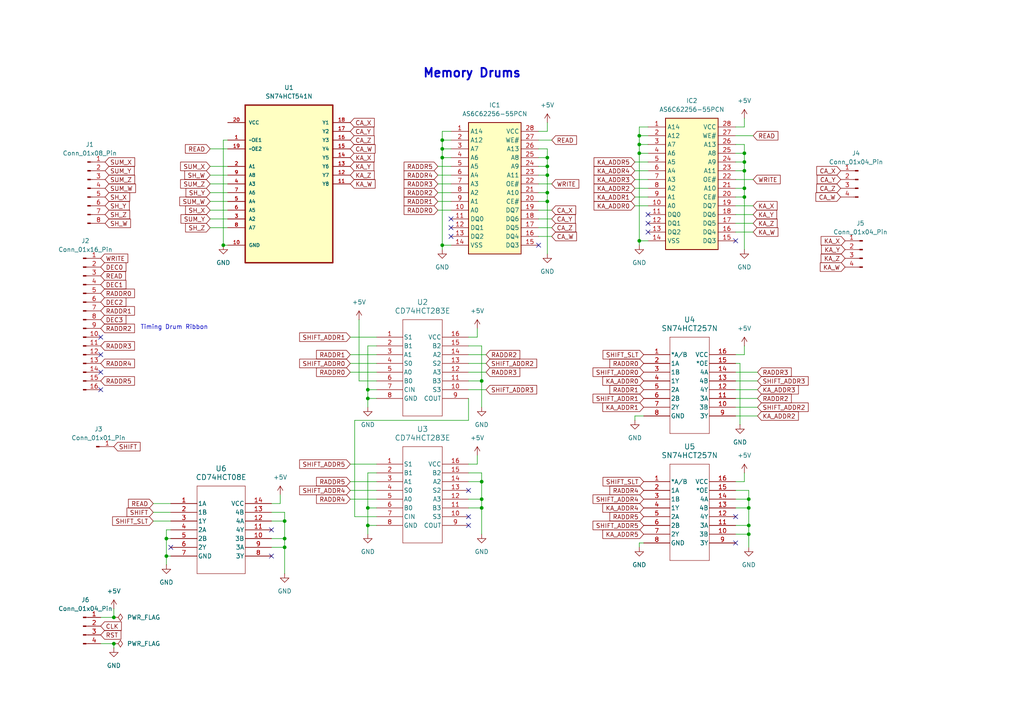
<source format=kicad_sch>
(kicad_sch (version 20231120) (generator "eeschema") (generator_version "8.0")
  (paper "A4")
  (lib_symbols
    (symbol "0_memory-drums:AS6C62256-55PCN"
      (property "Reference" "IC" (at 21.59 7.62 0))
      (property "Value" "AS6C62256-55PCN" (at 21.59 5.08 0))
      (symbol "AS6C62256-55PCN_1_1"
        (rectangle (start 5.08 2.54) (end 20.32 -35.56) (stroke (width 0.254)) (fill (type background)))
        (pin input line (at 0 0 0) (length 5.08) (name "A14") (number "1"))
        (pin input line (at 0 -22.86 0) (length 5.08) (name "A0") (number "10"))
        (pin bidirectional line (at 0 -25.4 0) (length 5.08) (name "DQ0") (number "11"))
        (pin bidirectional line (at 0 -27.94 0) (length 5.08) (name "DQ1") (number "12"))
        (pin bidirectional line (at 0 -30.48 0) (length 5.08) (name "DQ2") (number "13"))
        (pin power_in line (at 0 -33.02 0) (length 5.08) (name "VSS") (number "14"))
        (pin bidirectional line (at 25.4 -33.02 180) (length 5.08) (name "DQ3") (number "15"))
        (pin bidirectional line (at 25.4 -30.48 180) (length 5.08) (name "DQ4") (number "16"))
        (pin bidirectional line (at 25.4 -27.94 180) (length 5.08) (name "DQ5") (number "17"))
        (pin bidirectional line (at 25.4 -25.4 180) (length 5.08) (name "DQ6") (number "18"))
        (pin bidirectional line (at 25.4 -22.86 180) (length 5.08) (name "DQ7") (number "19"))
        (pin input line (at 0 -2.54 0) (length 5.08) (name "A12") (number "2"))
        (pin input line (at 25.4 -20.32 180) (length 5.08) (name "CE#") (number "20"))
        (pin input line (at 25.4 -17.78 180) (length 5.08) (name "A10") (number "21"))
        (pin input line (at 25.4 -15.24 180) (length 5.08) (name "OE#") (number "22"))
        (pin input line (at 25.4 -12.7 180) (length 5.08) (name "A11") (number "23"))
        (pin input line (at 25.4 -10.16 180) (length 5.08) (name "A9") (number "24"))
        (pin input line (at 25.4 -7.62 180) (length 5.08) (name "A8") (number "25"))
        (pin input line (at 25.4 -5.08 180) (length 5.08) (name "A13") (number "26"))
        (pin input line (at 25.4 -2.54 180) (length 5.08) (name "WE#") (number "27"))
        (pin power_in line (at 25.4 0 180) (length 5.08) (name "VCC") (number "28"))
        (pin input line (at 0 -5.08 0) (length 5.08) (name "A7") (number "3"))
        (pin input line (at 0 -7.62 0) (length 5.08) (name "A6") (number "4"))
        (pin input line (at 0 -10.16 0) (length 5.08) (name "A5") (number "5"))
        (pin input line (at 0 -12.7 0) (length 5.08) (name "A4") (number "6"))
        (pin input line (at 0 -15.24 0) (length 5.08) (name "A3") (number "7"))
        (pin input line (at 0 -17.78 0) (length 5.08) (name "A2") (number "8"))
        (pin input line (at 0 -20.32 0) (length 5.08) (name "A1") (number "9"))
      )
    )
    (symbol "0_memory-drums:CD74HCT08E" (pin_names (offset 0.254))
      (property "Reference" "U" (at 27.94 10.16 0))
      (property "Value" "CD74HCT08E" (at 27.94 7.62 0))
      (symbol "CD74HCT08E_0_1"
        (polyline (pts (xy 21.59 -20.32) (xy 35.56 -20.32)) (stroke (width 0.127)))
        (polyline (pts (xy 21.59 5.08) (xy 21.59 -20.32)) (stroke (width 0.127)))
        (polyline (pts (xy 35.56 -20.32) (xy 35.56 5.08)) (stroke (width 0.127)))
        (polyline (pts (xy 35.56 5.08) (xy 21.59 5.08)) (stroke (width 0.127)))
        (pin input line (at 13.97 0 0) (length 7.62) (name "1A") (number "1"))
        (pin input line (at 43.18 -10.16 180) (length 7.62) (name "3B") (number "10"))
        (pin output line (at 43.18 -7.62 180) (length 7.62) (name "4Y") (number "11"))
        (pin input line (at 43.18 -5.08 180) (length 7.62) (name "4A") (number "12"))
        (pin input line (at 43.18 -2.54 180) (length 7.62) (name "4B") (number "13"))
        (pin power_in line (at 43.18 0 180) (length 7.62) (name "VCC") (number "14"))
        (pin input line (at 13.97 -2.54 0) (length 7.62) (name "1B") (number "2"))
        (pin output line (at 13.97 -5.08 0) (length 7.62) (name "1Y") (number "3"))
        (pin input line (at 13.97 -7.62 0) (length 7.62) (name "2A") (number "4"))
        (pin input line (at 13.97 -10.16 0) (length 7.62) (name "2B") (number "5"))
        (pin output line (at 13.97 -12.7 0) (length 7.62) (name "2Y") (number "6"))
        (pin power_in line (at 13.97 -15.24 0) (length 7.62) (name "GND") (number "7"))
        (pin output line (at 43.18 -15.24 180) (length 7.62) (name "3Y") (number "8"))
        (pin input line (at 43.18 -12.7 180) (length 7.62) (name "3A") (number "9"))
      )
    )
    (symbol "0_memory-drums:CD74HCT283E" (pin_names (offset 0.254))
      (property "Reference" "U" (at 27.94 10.16 0))
      (property "Value" "CD74HCT283E" (at 27.94 7.62 0))
      (symbol "CD74HCT283E_0_1"
        (polyline (pts (xy 21.59 -22.86) (xy 33.02 -22.86)) (stroke (width 0.127)))
        (polyline (pts (xy 21.59 5.08) (xy 21.59 -22.86)) (stroke (width 0.127)))
        (polyline (pts (xy 33.02 -22.86) (xy 33.02 5.08)) (stroke (width 0.127)))
        (polyline (pts (xy 33.02 5.08) (xy 21.59 5.08)) (stroke (width 0.127)))
        (pin output line (at 13.97 0 0) (length 7.62) (name "S1") (number "1"))
        (pin output line (at 40.64 -15.24 180) (length 7.62) (name "S3") (number "10"))
        (pin input line (at 40.64 -12.7 180) (length 7.62) (name "B3") (number "11"))
        (pin input line (at 40.64 -10.16 180) (length 7.62) (name "A3") (number "12"))
        (pin output line (at 40.64 -7.62 180) (length 7.62) (name "S2") (number "13"))
        (pin input line (at 40.64 -5.08 180) (length 7.62) (name "A2") (number "14"))
        (pin input line (at 40.64 -2.54 180) (length 7.62) (name "B2") (number "15"))
        (pin power_in line (at 40.64 0 180) (length 7.62) (name "VCC") (number "16"))
        (pin input line (at 13.97 -2.54 0) (length 7.62) (name "B1") (number "2"))
        (pin input line (at 13.97 -5.08 0) (length 7.62) (name "A1") (number "3"))
        (pin output line (at 13.97 -7.62 0) (length 7.62) (name "S0") (number "4"))
        (pin input line (at 13.97 -10.16 0) (length 7.62) (name "A0") (number "5"))
        (pin input line (at 13.97 -12.7 0) (length 7.62) (name "B0") (number "6"))
        (pin input line (at 13.97 -15.24 0) (length 7.62) (name "CIN") (number "7"))
        (pin power_in line (at 13.97 -17.78 0) (length 7.62) (name "GND") (number "8"))
        (pin output line (at 40.64 -17.78 180) (length 7.62) (name "COUT") (number "9"))
      )
    )
    (symbol "0_memory-drums:SN74HCT257N" (pin_names (offset 0.254))
      (property "Reference" "U" (at 27.94 10.16 0))
      (property "Value" "SN74HCT257N" (at 27.94 7.62 0))
      (symbol "SN74HCT257N_0_1"
        (polyline (pts (xy 22.86 -22.86) (xy 34.29 -22.86)) (stroke (width 0.127)))
        (polyline (pts (xy 22.86 5.08) (xy 22.86 -22.86)) (stroke (width 0.127)))
        (polyline (pts (xy 34.29 -22.86) (xy 34.29 5.08)) (stroke (width 0.127)))
        (polyline (pts (xy 34.29 5.08) (xy 22.86 5.08)) (stroke (width 0.127)))
        (pin input line (at 15.24 0 0) (length 7.62) (name "*A/B") (number "1"))
        (pin input line (at 41.91 -15.24 180) (length 7.62) (name "3B") (number "10"))
        (pin input line (at 41.91 -12.7 180) (length 7.62) (name "3A") (number "11"))
        (pin output line (at 41.91 -10.16 180) (length 7.62) (name "4Y") (number "12"))
        (pin input line (at 41.91 -7.62 180) (length 7.62) (name "4B") (number "13"))
        (pin input line (at 41.91 -5.08 180) (length 7.62) (name "4A") (number "14"))
        (pin input line (at 41.91 -2.54 180) (length 7.62) (name "*OE") (number "15"))
        (pin power_in line (at 41.91 0 180) (length 7.62) (name "VCC") (number "16"))
        (pin input line (at 15.24 -2.54 0) (length 7.62) (name "1A") (number "2"))
        (pin input line (at 15.24 -5.08 0) (length 7.62) (name "1B") (number "3"))
        (pin output line (at 15.24 -7.62 0) (length 7.62) (name "1Y") (number "4"))
        (pin input line (at 15.24 -10.16 0) (length 7.62) (name "2A") (number "5"))
        (pin input line (at 15.24 -12.7 0) (length 7.62) (name "2B") (number "6"))
        (pin output line (at 15.24 -15.24 0) (length 7.62) (name "2Y") (number "7"))
        (pin power_in line (at 15.24 -17.78 0) (length 7.62) (name "GND") (number "8"))
        (pin output line (at 41.91 -17.78 180) (length 7.62) (name "3Y") (number "9"))
      )
    )
    (symbol "0_memory-drums:SN74HCT541N" (pin_names (offset 1.016))
      (property "Reference" "U" (at -4.9784 22.5044 0))
      (property "Value" "SN74HCT541N" (at -5.8166 -28.0924 0))
      (symbol "SN74HCT541N_0_0"
        (rectangle (start -12.7 -25.4) (end 12.7 20.32) (stroke (width 0.4064)) (fill (type background)))
        (pin input line (at -17.78 10.16 0) (length 5.08) (name "~OE1") (number "1"))
        (pin passive line (at -17.78 -20.32 0) (length 5.08) (name "GND") (number "10"))
        (pin output line (at 17.78 -2.54 180) (length 5.08) (name "Y8") (number "11"))
        (pin output line (at 17.78 0 180) (length 5.08) (name "Y7") (number "12"))
        (pin output line (at 17.78 2.54 180) (length 5.08) (name "Y6") (number "13"))
        (pin output line (at 17.78 5.08 180) (length 5.08) (name "Y5") (number "14"))
        (pin output line (at 17.78 7.62 180) (length 5.08) (name "Y4") (number "15"))
        (pin output line (at 17.78 10.16 180) (length 5.08) (name "Y3") (number "16"))
        (pin output line (at 17.78 12.7 180) (length 5.08) (name "Y2") (number "17"))
        (pin output line (at 17.78 15.24 180) (length 5.08) (name "Y1") (number "18"))
        (pin input line (at -17.78 7.62 0) (length 5.08) (name "~OE2") (number "19"))
        (pin input line (at -17.78 2.54 0) (length 5.08) (name "A1") (number "2"))
        (pin power_in line (at -17.78 15.24 0) (length 5.08) (name "VCC") (number "20"))
        (pin input line (at -17.78 -12.7 0) (length 5.08) (name "A2") (number "3"))
        (pin input line (at -17.78 -2.54 0) (length 5.08) (name "A3") (number "4"))
        (pin input line (at -17.78 -7.62 0) (length 5.08) (name "A4") (number "5"))
        (pin input line (at -17.78 -10.16 0) (length 5.08) (name "A5") (number "6"))
        (pin input line (at -17.78 -5.08 0) (length 5.08) (name "A6") (number "7"))
        (pin input line (at -17.78 -15.24 0) (length 5.08) (name "A7") (number "8"))
        (pin input line (at -17.78 0 0) (length 5.08) (name "A8") (number "9"))
      )
    )
    (symbol "Connector:Conn_01x01_Pin" (pin_names (offset 1.016) hide)
      (property "Reference" "J" (at 0 2.54 0))
      (property "Value" "Conn_01x01_Pin" (at 0 -2.54 0))
      (symbol "Conn_01x01_Pin_1_1"
        (polyline (pts (xy 1.27 0) (xy 0.8636 0)) (stroke (width 0.1524)))
        (rectangle (start 0.8636 0.127) (end 0 -0.127) (stroke (width 0.1524)) (fill (type outline)))
        (pin passive line (at 5.08 0 180) (length 3.81) (name "Pin_1") (number "1"))
      )
    )
    (symbol "Connector:Conn_01x04_Pin" (pin_names (offset 1.016) hide)
      (property "Reference" "J" (at 0 5.08 0))
      (property "Value" "Conn_01x04_Pin" (at 0 -7.62 0))
      (symbol "Conn_01x04_Pin_1_1"
        (polyline (pts (xy 1.27 -5.08) (xy 0.8636 -5.08)) (stroke (width 0.1524)))
        (polyline (pts (xy 1.27 -2.54) (xy 0.8636 -2.54)) (stroke (width 0.1524)))
        (polyline (pts (xy 1.27 0) (xy 0.8636 0)) (stroke (width 0.1524)))
        (polyline (pts (xy 1.27 2.54) (xy 0.8636 2.54)) (stroke (width 0.1524)))
        (rectangle (start 0.8636 -4.953) (end 0 -5.207) (stroke (width 0.1524)) (fill (type outline)))
        (rectangle (start 0.8636 -2.413) (end 0 -2.667) (stroke (width 0.1524)) (fill (type outline)))
        (rectangle (start 0.8636 0.127) (end 0 -0.127) (stroke (width 0.1524)) (fill (type outline)))
        (rectangle (start 0.8636 2.667) (end 0 2.413) (stroke (width 0.1524)) (fill (type outline)))
        (pin passive line (at 5.08 2.54 180) (length 3.81) (name "Pin_1") (number "1"))
        (pin passive line (at 5.08 0 180) (length 3.81) (name "Pin_2") (number "2"))
        (pin passive line (at 5.08 -2.54 180) (length 3.81) (name "Pin_3") (number "3"))
        (pin passive line (at 5.08 -5.08 180) (length 3.81) (name "Pin_4") (number "4"))
      )
    )
    (symbol "Connector:Conn_01x08_Pin" (pin_names (offset 1.016) hide)
      (property "Reference" "J" (at 0 10.16 0))
      (property "Value" "Conn_01x08_Pin" (at 0 -12.7 0))
      (symbol "Conn_01x08_Pin_1_1"
        (polyline (pts (xy 1.27 -10.16) (xy 0.8636 -10.16)) (stroke (width 0.1524)))
        (polyline (pts (xy 1.27 -7.62) (xy 0.8636 -7.62)) (stroke (width 0.1524)))
        (polyline (pts (xy 1.27 -5.08) (xy 0.8636 -5.08)) (stroke (width 0.1524)))
        (polyline (pts (xy 1.27 -2.54) (xy 0.8636 -2.54)) (stroke (width 0.1524)))
        (polyline (pts (xy 1.27 0) (xy 0.8636 0)) (stroke (width 0.1524)))
        (polyline (pts (xy 1.27 2.54) (xy 0.8636 2.54)) (stroke (width 0.1524)))
        (polyline (pts (xy 1.27 5.08) (xy 0.8636 5.08)) (stroke (width 0.1524)))
        (polyline (pts (xy 1.27 7.62) (xy 0.8636 7.62)) (stroke (width 0.1524)))
        (rectangle (start 0.8636 -10.033) (end 0 -10.287) (stroke (width 0.1524)) (fill (type outline)))
        (rectangle (start 0.8636 -7.493) (end 0 -7.747) (stroke (width 0.1524)) (fill (type outline)))
        (rectangle (start 0.8636 -4.953) (end 0 -5.207) (stroke (width 0.1524)) (fill (type outline)))
        (rectangle (start 0.8636 -2.413) (end 0 -2.667) (stroke (width 0.1524)) (fill (type outline)))
        (rectangle (start 0.8636 0.127) (end 0 -0.127) (stroke (width 0.1524)) (fill (type outline)))
        (rectangle (start 0.8636 2.667) (end 0 2.413) (stroke (width 0.1524)) (fill (type outline)))
        (rectangle (start 0.8636 5.207) (end 0 4.953) (stroke (width 0.1524)) (fill (type outline)))
        (rectangle (start 0.8636 7.747) (end 0 7.493) (stroke (width 0.1524)) (fill (type outline)))
        (pin passive line (at 5.08 7.62 180) (length 3.81) (name "Pin_1") (number "1"))
        (pin passive line (at 5.08 5.08 180) (length 3.81) (name "Pin_2") (number "2"))
        (pin passive line (at 5.08 2.54 180) (length 3.81) (name "Pin_3") (number "3"))
        (pin passive line (at 5.08 0 180) (length 3.81) (name "Pin_4") (number "4"))
        (pin passive line (at 5.08 -2.54 180) (length 3.81) (name "Pin_5") (number "5"))
        (pin passive line (at 5.08 -5.08 180) (length 3.81) (name "Pin_6") (number "6"))
        (pin passive line (at 5.08 -7.62 180) (length 3.81) (name "Pin_7") (number "7"))
        (pin passive line (at 5.08 -10.16 180) (length 3.81) (name "Pin_8") (number "8"))
      )
    )
    (symbol "Connector:Conn_01x16_Pin" (pin_names (offset 1.016) hide)
      (property "Reference" "J" (at 0 20.32 0))
      (property "Value" "Conn_01x16_Pin" (at 0 -22.86 0))
      (symbol "Conn_01x16_Pin_1_1"
        (polyline (pts (xy 1.27 -20.32) (xy 0.8636 -20.32)) (stroke (width 0.1524)))
        (polyline (pts (xy 1.27 -17.78) (xy 0.8636 -17.78)) (stroke (width 0.1524)))
        (polyline (pts (xy 1.27 -15.24) (xy 0.8636 -15.24)) (stroke (width 0.1524)))
        (polyline (pts (xy 1.27 -12.7) (xy 0.8636 -12.7)) (stroke (width 0.1524)))
        (polyline (pts (xy 1.27 -10.16) (xy 0.8636 -10.16)) (stroke (width 0.1524)))
        (polyline (pts (xy 1.27 -7.62) (xy 0.8636 -7.62)) (stroke (width 0.1524)))
        (polyline (pts (xy 1.27 -5.08) (xy 0.8636 -5.08)) (stroke (width 0.1524)))
        (polyline (pts (xy 1.27 -2.54) (xy 0.8636 -2.54)) (stroke (width 0.1524)))
        (polyline (pts (xy 1.27 0) (xy 0.8636 0)) (stroke (width 0.1524)))
        (polyline (pts (xy 1.27 2.54) (xy 0.8636 2.54)) (stroke (width 0.1524)))
        (polyline (pts (xy 1.27 5.08) (xy 0.8636 5.08)) (stroke (width 0.1524)))
        (polyline (pts (xy 1.27 7.62) (xy 0.8636 7.62)) (stroke (width 0.1524)))
        (polyline (pts (xy 1.27 10.16) (xy 0.8636 10.16)) (stroke (width 0.1524)))
        (polyline (pts (xy 1.27 12.7) (xy 0.8636 12.7)) (stroke (width 0.1524)))
        (polyline (pts (xy 1.27 15.24) (xy 0.8636 15.24)) (stroke (width 0.1524)))
        (polyline (pts (xy 1.27 17.78) (xy 0.8636 17.78)) (stroke (width 0.1524)))
        (rectangle (start 0.8636 -20.193) (end 0 -20.447) (stroke (width 0.1524)) (fill (type outline)))
        (rectangle (start 0.8636 -17.653) (end 0 -17.907) (stroke (width 0.1524)) (fill (type outline)))
        (rectangle (start 0.8636 -15.113) (end 0 -15.367) (stroke (width 0.1524)) (fill (type outline)))
        (rectangle (start 0.8636 -12.573) (end 0 -12.827) (stroke (width 0.1524)) (fill (type outline)))
        (rectangle (start 0.8636 -10.033) (end 0 -10.287) (stroke (width 0.1524)) (fill (type outline)))
        (rectangle (start 0.8636 -7.493) (end 0 -7.747) (stroke (width 0.1524)) (fill (type outline)))
        (rectangle (start 0.8636 -4.953) (end 0 -5.207) (stroke (width 0.1524)) (fill (type outline)))
        (rectangle (start 0.8636 -2.413) (end 0 -2.667) (stroke (width 0.1524)) (fill (type outline)))
        (rectangle (start 0.8636 0.127) (end 0 -0.127) (stroke (width 0.1524)) (fill (type outline)))
        (rectangle (start 0.8636 2.667) (end 0 2.413) (stroke (width 0.1524)) (fill (type outline)))
        (rectangle (start 0.8636 5.207) (end 0 4.953) (stroke (width 0.1524)) (fill (type outline)))
        (rectangle (start 0.8636 7.747) (end 0 7.493) (stroke (width 0.1524)) (fill (type outline)))
        (rectangle (start 0.8636 10.287) (end 0 10.033) (stroke (width 0.1524)) (fill (type outline)))
        (rectangle (start 0.8636 12.827) (end 0 12.573) (stroke (width 0.1524)) (fill (type outline)))
        (rectangle (start 0.8636 15.367) (end 0 15.113) (stroke (width 0.1524)) (fill (type outline)))
        (rectangle (start 0.8636 17.907) (end 0 17.653) (stroke (width 0.1524)) (fill (type outline)))
        (pin passive line (at 5.08 17.78 180) (length 3.81) (name "Pin_1") (number "1"))
        (pin passive line (at 5.08 -5.08 180) (length 3.81) (name "Pin_10") (number "10"))
        (pin passive line (at 5.08 -7.62 180) (length 3.81) (name "Pin_11") (number "11"))
        (pin passive line (at 5.08 -10.16 180) (length 3.81) (name "Pin_12") (number "12"))
        (pin passive line (at 5.08 -12.7 180) (length 3.81) (name "Pin_13") (number "13"))
        (pin passive line (at 5.08 -15.24 180) (length 3.81) (name "Pin_14") (number "14"))
        (pin passive line (at 5.08 -17.78 180) (length 3.81) (name "Pin_15") (number "15"))
        (pin passive line (at 5.08 -20.32 180) (length 3.81) (name "Pin_16") (number "16"))
        (pin passive line (at 5.08 15.24 180) (length 3.81) (name "Pin_2") (number "2"))
        (pin passive line (at 5.08 12.7 180) (length 3.81) (name "Pin_3") (number "3"))
        (pin passive line (at 5.08 10.16 180) (length 3.81) (name "Pin_4") (number "4"))
        (pin passive line (at 5.08 7.62 180) (length 3.81) (name "Pin_5") (number "5"))
        (pin passive line (at 5.08 5.08 180) (length 3.81) (name "Pin_6") (number "6"))
        (pin passive line (at 5.08 2.54 180) (length 3.81) (name "Pin_7") (number "7"))
        (pin passive line (at 5.08 0 180) (length 3.81) (name "Pin_8") (number "8"))
        (pin passive line (at 5.08 -2.54 180) (length 3.81) (name "Pin_9") (number "9"))
      )
    )
    (symbol "power:+5V" (power) (pin_numbers hide) (pin_names (offset 0) hide)
      (property "Value" "+5V" (at 0 3.556 0))
      (symbol "+5V_0_1"
        (polyline (pts (xy -0.762 1.27) (xy 0 2.54)))
        (polyline (pts (xy 0 0) (xy 0 2.54)))
        (polyline (pts (xy 0 2.54) (xy 0.762 1.27)))
      )
      (symbol "+5V_1_1"
        (pin power_in line (at 0 0 90) (length 0) (name "~") (number "1"))
      )
    )
    (symbol "power:GND" (power) (pin_numbers hide) (pin_names (offset 0) hide)
      (property "Value" "GND" (at 0 -3.81 0))
      (symbol "GND_0_1"
        (polyline (pts (xy 0 0) (xy 0 -1.27) (xy 1.27 -1.27) (xy 0 -2.54) (xy -1.27 -1.27) (xy 0 -1.27)))
      )
      (symbol "GND_1_1"
        (pin power_in line (at 0 0 270) (length 0) (name "~") (number "1"))
      )
    )
    (symbol "power:PWR_FLAG" (power) (pin_numbers hide) (pin_names (offset 0) hide)
      (property "Value" "PWR_FLAG" (at 0 3.81 0))
      (symbol "PWR_FLAG_0_0"
        (pin power_out line (at 0 0 90) (length 0) (name "~") (number "1"))
      )
      (symbol "PWR_FLAG_0_1"
        (polyline (pts (xy 0 0) (xy 0 1.27) (xy -1.016 1.905) (xy 0 2.54) (xy 1.016 1.905) (xy 0 1.27)))
      )
    )
  )
  (junction (at 139.7 144.78))
  (junction (at 128.27 45.72))
  (junction (at 158.75 45.72))
  (junction (at 106.68 113.03))
  (junction (at 128.27 43.18))
  (junction (at 48.26 156.21))
  (junction (at 185.42 39.37))
  (junction (at 139.7 110.49))
  (junction (at 217.17 144.78))
  (junction (at 82.55 158.75))
  (junction (at 217.17 152.4))
  (junction (at 139.7 147.32))
  (junction (at 215.9 57.15))
  (junction (at 185.42 69.85))
  (junction (at 215.9 49.53))
  (junction (at 82.55 156.21))
  (junction (at 158.75 55.88))
  (junction (at 158.75 50.8))
  (junction (at 128.27 40.64))
  (junction (at 106.68 152.4))
  (junction (at 217.17 147.32))
  (junction (at 185.42 41.91))
  (junction (at 158.75 48.26))
  (junction (at 106.68 115.57))
  (junction (at 48.26 161.29))
  (junction (at 158.75 58.42))
  (junction (at 33.02 179.07))
  (junction (at 128.27 71.12))
  (junction (at 82.55 151.13))
  (junction (at 33.02 186.69))
  (junction (at 185.42 44.45))
  (junction (at 106.68 147.32))
  (junction (at 217.17 154.94))
  (junction (at 64.77 71.12))
  (junction (at 215.9 44.45))
  (junction (at 215.9 46.99))
  (junction (at 139.7 139.7))
  (junction (at 215.9 54.61))
  (no_connect (at 29.21 113.03))
  (no_connect (at 187.96 64.77))
  (no_connect (at 130.81 66.04))
  (no_connect (at 187.96 62.23))
  (no_connect (at 130.81 68.58))
  (no_connect (at 213.36 149.86))
  (no_connect (at 135.89 142.24))
  (no_connect (at 156.21 71.12))
  (no_connect (at 29.21 97.79))
  (no_connect (at 213.36 157.48))
  (no_connect (at 213.36 69.85))
  (no_connect (at 135.89 152.4))
  (no_connect (at 130.81 63.5))
  (no_connect (at 135.89 149.86))
  (no_connect (at 78.74 161.29))
  (no_connect (at 29.21 107.95))
  (no_connect (at 29.21 102.87))
  (no_connect (at 49.53 158.75))
  (no_connect (at 78.74 153.67))
  (no_connect (at 187.96 67.31))
  (wire (pts (xy 106.68 154.94) (xy 106.68 152.4)))
  (wire (pts (xy 218.44 59.69) (xy 213.36 59.69)))
  (wire (pts (xy 33.02 187.96) (xy 33.02 186.69)))
  (wire (pts (xy 215.9 34.29) (xy 215.9 36.83)))
  (wire (pts (xy 29.21 186.69) (xy 33.02 186.69)))
  (wire (pts (xy 156.21 43.18) (xy 158.75 43.18)))
  (wire (pts (xy 217.17 152.4) (xy 217.17 154.94)))
  (wire (pts (xy 127 58.42) (xy 130.81 58.42)))
  (wire (pts (xy 135.89 121.92) (xy 102.87 121.92)))
  (wire (pts (xy 156.21 48.26) (xy 158.75 48.26)))
  (wire (pts (xy 184.15 54.61) (xy 187.96 54.61)))
  (wire (pts (xy 127 53.34) (xy 130.81 53.34)))
  (wire (pts (xy 128.27 38.1) (xy 128.27 40.64)))
  (wire (pts (xy 101.6 97.79) (xy 109.22 97.79)))
  (wire (pts (xy 60.96 55.88) (xy 66.04 55.88)))
  (wire (pts (xy 139.7 137.16) (xy 139.7 139.7)))
  (wire (pts (xy 60.96 48.26) (xy 66.04 48.26)))
  (wire (pts (xy 135.89 115.57) (xy 135.89 121.92)))
  (wire (pts (xy 215.9 46.99) (xy 215.9 49.53)))
  (wire (pts (xy 104.14 92.71) (xy 104.14 110.49)))
  (wire (pts (xy 138.43 132.08) (xy 138.43 134.62)))
  (wire (pts (xy 184.15 57.15) (xy 187.96 57.15)))
  (wire (pts (xy 29.21 179.07) (xy 33.02 179.07)))
  (wire (pts (xy 156.21 45.72) (xy 158.75 45.72)))
  (wire (pts (xy 48.26 153.67) (xy 48.26 156.21)))
  (wire (pts (xy 140.97 113.03) (xy 135.89 113.03)))
  (wire (pts (xy 128.27 45.72) (xy 128.27 71.12)))
  (wire (pts (xy 213.36 44.45) (xy 215.9 44.45)))
  (wire (pts (xy 44.45 148.59) (xy 49.53 148.59)))
  (wire (pts (xy 213.36 105.41) (xy 214.63 105.41)))
  (wire (pts (xy 185.42 44.45) (xy 185.42 69.85)))
  (wire (pts (xy 48.26 161.29) (xy 48.26 163.83)))
  (wire (pts (xy 185.42 39.37) (xy 187.96 39.37)))
  (wire (pts (xy 217.17 142.24) (xy 217.17 144.78)))
  (wire (pts (xy 160.02 53.34) (xy 156.21 53.34)))
  (wire (pts (xy 219.71 113.03) (xy 213.36 113.03)))
  (wire (pts (xy 128.27 43.18) (xy 128.27 45.72)))
  (wire (pts (xy 60.96 66.04) (xy 66.04 66.04)))
  (wire (pts (xy 140.97 102.87) (xy 135.89 102.87)))
  (wire (pts (xy 219.71 110.49) (xy 213.36 110.49)))
  (wire (pts (xy 128.27 71.12) (xy 130.81 71.12)))
  (wire (pts (xy 81.28 143.51) (xy 81.28 146.05)))
  (wire (pts (xy 217.17 154.94) (xy 213.36 154.94)))
  (wire (pts (xy 44.45 146.05) (xy 49.53 146.05)))
  (wire (pts (xy 185.42 36.83) (xy 187.96 36.83)))
  (wire (pts (xy 139.7 144.78) (xy 139.7 147.32)))
  (wire (pts (xy 158.75 45.72) (xy 158.75 48.26)))
  (wire (pts (xy 140.97 107.95) (xy 135.89 107.95)))
  (wire (pts (xy 128.27 40.64) (xy 128.27 43.18)))
  (wire (pts (xy 219.71 107.95) (xy 213.36 107.95)))
  (wire (pts (xy 215.9 54.61) (xy 215.9 57.15)))
  (wire (pts (xy 60.96 50.8) (xy 66.04 50.8)))
  (wire (pts (xy 185.42 69.85) (xy 187.96 69.85)))
  (wire (pts (xy 213.36 144.78) (xy 217.17 144.78)))
  (wire (pts (xy 158.75 50.8) (xy 158.75 55.88)))
  (wire (pts (xy 185.42 36.83) (xy 185.42 39.37)))
  (wire (pts (xy 78.74 148.59) (xy 82.55 148.59)))
  (wire (pts (xy 64.77 40.64) (xy 64.77 71.12)))
  (wire (pts (xy 60.96 60.96) (xy 66.04 60.96)))
  (wire (pts (xy 135.89 100.33) (xy 139.7 100.33)))
  (wire (pts (xy 78.74 151.13) (xy 82.55 151.13)))
  (wire (pts (xy 60.96 58.42) (xy 66.04 58.42)))
  (wire (pts (xy 82.55 158.75) (xy 82.55 166.37)))
  (wire (pts (xy 214.63 105.41) (xy 214.63 123.19)))
  (wire (pts (xy 215.9 137.16) (xy 215.9 139.7)))
  (wire (pts (xy 60.96 53.34) (xy 66.04 53.34)))
  (wire (pts (xy 218.44 62.23) (xy 213.36 62.23)))
  (wire (pts (xy 215.9 41.91) (xy 215.9 44.45)))
  (wire (pts (xy 101.6 134.62) (xy 109.22 134.62)))
  (wire (pts (xy 49.53 161.29) (xy 48.26 161.29)))
  (wire (pts (xy 106.68 147.32) (xy 109.22 147.32)))
  (wire (pts (xy 218.44 39.37) (xy 213.36 39.37)))
  (wire (pts (xy 156.21 38.1) (xy 158.75 38.1)))
  (wire (pts (xy 213.36 152.4) (xy 217.17 152.4)))
  (wire (pts (xy 48.26 156.21) (xy 48.26 161.29)))
  (wire (pts (xy 185.42 44.45) (xy 187.96 44.45)))
  (wire (pts (xy 217.17 144.78) (xy 217.17 147.32)))
  (wire (pts (xy 213.36 57.15) (xy 215.9 57.15)))
  (wire (pts (xy 109.22 137.16) (xy 106.68 137.16)))
  (wire (pts (xy 185.42 157.48) (xy 186.69 157.48)))
  (wire (pts (xy 213.36 54.61) (xy 215.9 54.61)))
  (wire (pts (xy 135.89 144.78) (xy 139.7 144.78)))
  (wire (pts (xy 135.89 97.79) (xy 138.43 97.79)))
  (wire (pts (xy 33.02 176.53) (xy 33.02 179.07)))
  (wire (pts (xy 213.36 49.53) (xy 215.9 49.53)))
  (wire (pts (xy 102.87 149.86) (xy 109.22 149.86)))
  (wire (pts (xy 82.55 151.13) (xy 82.55 156.21)))
  (wire (pts (xy 101.6 144.78) (xy 109.22 144.78)))
  (wire (pts (xy 185.42 39.37) (xy 185.42 41.91)))
  (wire (pts (xy 101.6 142.24) (xy 109.22 142.24)))
  (wire (pts (xy 160.02 68.58) (xy 156.21 68.58)))
  (wire (pts (xy 184.15 59.69) (xy 187.96 59.69)))
  (wire (pts (xy 185.42 158.75) (xy 185.42 157.48)))
  (wire (pts (xy 102.87 121.92) (xy 102.87 149.86)))
  (wire (pts (xy 101.6 105.41) (xy 109.22 105.41)))
  (wire (pts (xy 215.9 44.45) (xy 215.9 46.99)))
  (wire (pts (xy 215.9 57.15) (xy 215.9 72.39)))
  (wire (pts (xy 186.69 120.65) (xy 184.15 120.65)))
  (wire (pts (xy 101.6 139.7) (xy 109.22 139.7)))
  (wire (pts (xy 139.7 139.7) (xy 139.7 144.78)))
  (wire (pts (xy 219.71 120.65) (xy 213.36 120.65)))
  (wire (pts (xy 217.17 147.32) (xy 217.17 152.4)))
  (wire (pts (xy 127 50.8) (xy 130.81 50.8)))
  (wire (pts (xy 139.7 110.49) (xy 139.7 118.11)))
  (wire (pts (xy 130.81 43.18) (xy 128.27 43.18)))
  (wire (pts (xy 106.68 118.11) (xy 106.68 115.57)))
  (wire (pts (xy 156.21 50.8) (xy 158.75 50.8)))
  (wire (pts (xy 218.44 67.31) (xy 213.36 67.31)))
  (wire (pts (xy 219.71 115.57) (xy 213.36 115.57)))
  (wire (pts (xy 213.36 147.32) (xy 217.17 147.32)))
  (wire (pts (xy 109.22 113.03) (xy 106.68 113.03)))
  (wire (pts (xy 127 48.26) (xy 130.81 48.26)))
  (wire (pts (xy 184.15 49.53) (xy 187.96 49.53)))
  (wire (pts (xy 158.75 48.26) (xy 158.75 50.8)))
  (wire (pts (xy 106.68 113.03) (xy 106.68 115.57)))
  (wire (pts (xy 109.22 110.49) (xy 104.14 110.49)))
  (wire (pts (xy 185.42 41.91) (xy 187.96 41.91)))
  (wire (pts (xy 135.89 137.16) (xy 139.7 137.16)))
  (wire (pts (xy 130.81 40.64) (xy 128.27 40.64)))
  (wire (pts (xy 82.55 156.21) (xy 82.55 158.75)))
  (wire (pts (xy 219.71 118.11) (xy 213.36 118.11)))
  (wire (pts (xy 213.36 46.99) (xy 215.9 46.99)))
  (wire (pts (xy 156.21 58.42) (xy 158.75 58.42)))
  (wire (pts (xy 158.75 43.18) (xy 158.75 45.72)))
  (wire (pts (xy 138.43 95.25) (xy 138.43 97.79)))
  (wire (pts (xy 49.53 153.67) (xy 48.26 153.67)))
  (wire (pts (xy 156.21 55.88) (xy 158.75 55.88)))
  (wire (pts (xy 127 55.88) (xy 130.81 55.88)))
  (wire (pts (xy 213.36 139.7) (xy 215.9 139.7)))
  (wire (pts (xy 139.7 147.32) (xy 139.7 154.94)))
  (wire (pts (xy 60.96 43.18) (xy 66.04 43.18)))
  (wire (pts (xy 184.15 52.07) (xy 187.96 52.07)))
  (wire (pts (xy 78.74 158.75) (xy 82.55 158.75)))
  (wire (pts (xy 109.22 100.33) (xy 106.68 100.33)))
  (wire (pts (xy 184.15 120.65) (xy 184.15 121.92)))
  (wire (pts (xy 106.68 147.32) (xy 106.68 152.4)))
  (wire (pts (xy 48.26 156.21) (xy 49.53 156.21)))
  (wire (pts (xy 185.42 69.85) (xy 185.42 71.12)))
  (wire (pts (xy 130.81 45.72) (xy 128.27 45.72)))
  (wire (pts (xy 218.44 64.77) (xy 213.36 64.77)))
  (wire (pts (xy 160.02 60.96) (xy 156.21 60.96)))
  (wire (pts (xy 213.36 142.24) (xy 217.17 142.24)))
  (wire (pts (xy 158.75 35.56) (xy 158.75 38.1)))
  (wire (pts (xy 160.02 66.04) (xy 156.21 66.04)))
  (wire (pts (xy 135.89 110.49) (xy 139.7 110.49)))
  (wire (pts (xy 213.36 102.87) (xy 215.9 102.87)))
  (wire (pts (xy 60.96 63.5) (xy 66.04 63.5)))
  (wire (pts (xy 158.75 55.88) (xy 158.75 58.42)))
  (wire (pts (xy 160.02 40.64) (xy 156.21 40.64)))
  (wire (pts (xy 78.74 156.21) (xy 82.55 156.21)))
  (wire (pts (xy 217.17 158.75) (xy 217.17 154.94)))
  (wire (pts (xy 44.45 151.13) (xy 49.53 151.13)))
  (wire (pts (xy 135.89 134.62) (xy 138.43 134.62)))
  (wire (pts (xy 158.75 58.42) (xy 158.75 73.66)))
  (wire (pts (xy 135.89 147.32) (xy 139.7 147.32)))
  (wire (pts (xy 135.89 139.7) (xy 139.7 139.7)))
  (wire (pts (xy 82.55 148.59) (xy 82.55 151.13)))
  (wire (pts (xy 106.68 152.4) (xy 109.22 152.4)))
  (wire (pts (xy 101.6 107.95) (xy 109.22 107.95)))
  (wire (pts (xy 160.02 63.5) (xy 156.21 63.5)))
  (wire (pts (xy 130.81 38.1) (xy 128.27 38.1)))
  (wire (pts (xy 128.27 72.39) (xy 128.27 71.12)))
  (wire (pts (xy 215.9 100.33) (xy 215.9 102.87)))
  (wire (pts (xy 140.97 105.41) (xy 135.89 105.41)))
  (wire (pts (xy 106.68 115.57) (xy 109.22 115.57)))
  (wire (pts (xy 106.68 100.33) (xy 106.68 113.03)))
  (wire (pts (xy 106.68 137.16) (xy 106.68 147.32)))
  (wire (pts (xy 213.36 41.91) (xy 215.9 41.91)))
  (wire (pts (xy 218.44 52.07) (xy 213.36 52.07)))
  (wire (pts (xy 213.36 36.83) (xy 215.9 36.83)))
  (wire (pts (xy 184.15 46.99) (xy 187.96 46.99)))
  (wire (pts (xy 139.7 100.33) (xy 139.7 110.49)))
  (wire (pts (xy 215.9 49.53) (xy 215.9 54.61)))
  (wire (pts (xy 101.6 102.87) (xy 109.22 102.87)))
  (wire (pts (xy 66.04 40.64) (xy 64.77 40.64)))
  (wire (pts (xy 127 60.96) (xy 130.81 60.96)))
  (wire (pts (xy 78.74 146.05) (xy 81.28 146.05)))
  (wire (pts (xy 64.77 71.12) (xy 66.04 71.12)))
  (wire (pts (xy 185.42 41.91) (xy 185.42 44.45)))
  (text "Timing Drum Ribbon" (at 50.546 94.996 0) (effects (font (size 1.27 1.27))))
  (text "Memory Drums" (at 136.906 21.336 0) (effects (font (size 2.54 2.54) (thickness 0.508) (bold yes))))
  (global_label "SHIFT_ADDR1" (shape input) (at 101.6 97.79 180) (property "Intersheetrefs" "${INTERSHEET_REFS}" (effects (hide yes))))
  (global_label "SHIFT_SLT" (shape input) (at 186.69 139.7 180) (property "Intersheetrefs" "${INTERSHEET_REFS}" (effects (hide yes))))
  (global_label "KA_ADDR3" (shape input) (at 219.71 113.03 0) (property "Intersheetrefs" "${INTERSHEET_REFS}" (effects (hide yes))))
  (global_label "SHIFT_ADDR0" (shape input) (at 101.6 105.41 180) (property "Intersheetrefs" "${INTERSHEET_REFS}" (effects (hide yes))))
  (global_label "SHIFT_ADDR4" (shape input) (at 101.6 142.24 180) (property "Intersheetrefs" "${INTERSHEET_REFS}" (effects (hide yes))))
  (global_label "KA_ADDR2" (shape input) (at 219.71 120.65 0) (property "Intersheetrefs" "${INTERSHEET_REFS}" (effects (hide yes))))
  (global_label "KA_W" (shape input) (at 245.11 77.47 180) (property "Intersheetrefs" "${INTERSHEET_REFS}" (effects (hide yes))))
  (global_label "RADDR4" (shape input) (at 127 50.8 180) (property "Intersheetrefs" "${INTERSHEET_REFS}" (effects (hide yes))))
  (global_label "RADDR5" (shape input) (at 186.69 149.86 180) (property "Intersheetrefs" "${INTERSHEET_REFS}" (effects (hide yes))))
  (global_label "SH_W" (shape input) (at 60.96 50.8 180) (property "Intersheetrefs" "${INTERSHEET_REFS}" (effects (hide yes))))
  (global_label "SHIFT" (shape input) (at 33.02 129.54 0) (property "Intersheetrefs" "${INTERSHEET_REFS}" (effects (hide yes))))
  (global_label "SH_X" (shape input) (at 30.48 57.15 0) (property "Intersheetrefs" "${INTERSHEET_REFS}" (effects (hide yes))))
  (global_label "DEC0" (shape input) (at 29.21 77.47 0) (property "Intersheetrefs" "${INTERSHEET_REFS}" (effects (hide yes))))
  (global_label "KA_X" (shape input) (at 218.44 59.69 0) (property "Intersheetrefs" "${INTERSHEET_REFS}" (effects (hide yes))))
  (global_label "KA_ADDR4" (shape input) (at 184.15 49.53 180) (property "Intersheetrefs" "${INTERSHEET_REFS}" (effects (hide yes))))
  (global_label "RADDR3" (shape input) (at 29.21 100.33 0) (property "Intersheetrefs" "${INTERSHEET_REFS}" (effects (hide yes))))
  (global_label "CA_Y" (shape input) (at 101.6 38.1 0) (property "Intersheetrefs" "${INTERSHEET_REFS}" (effects (hide yes))))
  (global_label "RADDR0" (shape input) (at 29.21 85.09 0) (property "Intersheetrefs" "${INTERSHEET_REFS}" (effects (hide yes))))
  (global_label "KA_ADDR4" (shape input) (at 186.69 147.32 180) (property "Intersheetrefs" "${INTERSHEET_REFS}" (effects (hide yes))))
  (global_label "CA_W" (shape input) (at 160.02 68.58 0) (property "Intersheetrefs" "${INTERSHEET_REFS}" (effects (hide yes))))
  (global_label "KA_Y" (shape input) (at 245.11 72.39 180) (property "Intersheetrefs" "${INTERSHEET_REFS}" (effects (hide yes))))
  (global_label "CA_X" (shape input) (at 243.84 49.53 180) (property "Intersheetrefs" "${INTERSHEET_REFS}" (effects (hide yes))))
  (global_label "SHIFT_ADDR4" (shape input) (at 186.69 144.78 180) (property "Intersheetrefs" "${INTERSHEET_REFS}" (effects (hide yes))))
  (global_label "SHIFT_ADDR5" (shape input) (at 186.69 152.4 180) (property "Intersheetrefs" "${INTERSHEET_REFS}" (effects (hide yes))))
  (global_label "READ" (shape input) (at 29.21 80.01 0) (property "Intersheetrefs" "${INTERSHEET_REFS}" (effects (hide yes))))
  (global_label "RADDR4" (shape input) (at 186.69 142.24 180) (property "Intersheetrefs" "${INTERSHEET_REFS}" (effects (hide yes))))
  (global_label "KA_ADDR1" (shape input) (at 186.69 118.11 180) (property "Intersheetrefs" "${INTERSHEET_REFS}" (effects (hide yes))))
  (global_label "KA_W" (shape input) (at 101.6 53.34 0) (property "Intersheetrefs" "${INTERSHEET_REFS}" (effects (hide yes))))
  (global_label "RADDR1" (shape input) (at 127 58.42 180) (property "Intersheetrefs" "${INTERSHEET_REFS}" (effects (hide yes))))
  (global_label "READ" (shape input) (at 160.02 40.64 0) (property "Intersheetrefs" "${INTERSHEET_REFS}" (effects (hide yes))))
  (global_label "RADDR1" (shape input) (at 101.6 102.87 180) (property "Intersheetrefs" "${INTERSHEET_REFS}" (effects (hide yes))))
  (global_label "SHIFT_SLT" (shape input) (at 186.69 102.87 180) (property "Intersheetrefs" "${INTERSHEET_REFS}" (effects (hide yes))))
  (global_label "KA_Y" (shape input) (at 101.6 48.26 0) (property "Intersheetrefs" "${INTERSHEET_REFS}" (effects (hide yes))))
  (global_label "CA_Z" (shape input) (at 101.6 40.64 0) (property "Intersheetrefs" "${INTERSHEET_REFS}" (effects (hide yes))))
  (global_label "SHIFT_ADDR3" (shape input) (at 219.71 110.49 0) (property "Intersheetrefs" "${INTERSHEET_REFS}" (effects (hide yes))))
  (global_label "CA_X" (shape input) (at 160.02 60.96 0) (property "Intersheetrefs" "${INTERSHEET_REFS}" (effects (hide yes))))
  (global_label "RADDR5" (shape input) (at 29.21 110.49 0) (property "Intersheetrefs" "${INTERSHEET_REFS}" (effects (hide yes))))
  (global_label "RADDR2" (shape input) (at 29.21 95.25 0) (property "Intersheetrefs" "${INTERSHEET_REFS}" (effects (hide yes))))
  (global_label "KA_ADDR1" (shape input) (at 184.15 57.15 180) (property "Intersheetrefs" "${INTERSHEET_REFS}" (effects (hide yes))))
  (global_label "READ" (shape input) (at 44.45 146.05 180) (property "Intersheetrefs" "${INTERSHEET_REFS}" (effects (hide yes))))
  (global_label "SHIFT_ADDR1" (shape input) (at 186.69 115.57 180) (property "Intersheetrefs" "${INTERSHEET_REFS}" (effects (hide yes))))
  (global_label "RST" (shape input) (at 29.21 184.15 0) (property "Intersheetrefs" "${INTERSHEET_REFS}" (effects (hide yes))))
  (global_label "WRITE" (shape input) (at 218.44 52.07 0) (property "Intersheetrefs" "${INTERSHEET_REFS}" (effects (hide yes))))
  (global_label "SUM_Y" (shape input) (at 30.48 49.53 0) (property "Intersheetrefs" "${INTERSHEET_REFS}" (effects (hide yes))))
  (global_label "READ" (shape input) (at 218.44 39.37 0) (property "Intersheetrefs" "${INTERSHEET_REFS}" (effects (hide yes))))
  (global_label "RADDR1" (shape input) (at 29.21 90.17 0) (property "Intersheetrefs" "${INTERSHEET_REFS}" (effects (hide yes))))
  (global_label "RADDR5" (shape input) (at 101.6 139.7 180) (property "Intersheetrefs" "${INTERSHEET_REFS}" (effects (hide yes))))
  (global_label "DEC3" (shape input) (at 29.21 92.71 0) (property "Intersheetrefs" "${INTERSHEET_REFS}" (effects (hide yes))))
  (global_label "RADDR2" (shape input) (at 140.97 102.87 0) (property "Intersheetrefs" "${INTERSHEET_REFS}" (effects (hide yes))))
  (global_label "KA_X" (shape input) (at 245.11 69.85 180) (property "Intersheetrefs" "${INTERSHEET_REFS}" (effects (hide yes))))
  (global_label "SHIFT_ADDR2" (shape input) (at 140.97 105.41 0) (property "Intersheetrefs" "${INTERSHEET_REFS}" (effects (hide yes))))
  (global_label "KA_Z" (shape input) (at 245.11 74.93 180) (property "Intersheetrefs" "${INTERSHEET_REFS}" (effects (hide yes))))
  (global_label "CA_W" (shape input) (at 101.6 43.18 0) (property "Intersheetrefs" "${INTERSHEET_REFS}" (effects (hide yes))))
  (global_label "SHIFT_ADDR0" (shape input) (at 186.69 107.95 180) (property "Intersheetrefs" "${INTERSHEET_REFS}" (effects (hide yes))))
  (global_label "CA_Z" (shape input) (at 160.02 66.04 0) (property "Intersheetrefs" "${INTERSHEET_REFS}" (effects (hide yes))))
  (global_label "KA_Z" (shape input) (at 101.6 50.8 0) (property "Intersheetrefs" "${INTERSHEET_REFS}" (effects (hide yes))))
  (global_label "SHIFT_ADDR2" (shape input) (at 219.71 118.11 0) (property "Intersheetrefs" "${INTERSHEET_REFS}" (effects (hide yes))))
  (global_label "KA_ADDR2" (shape input) (at 184.15 54.61 180) (property "Intersheetrefs" "${INTERSHEET_REFS}" (effects (hide yes))))
  (global_label "KA_Y" (shape input) (at 218.44 62.23 0) (property "Intersheetrefs" "${INTERSHEET_REFS}" (effects (hide yes))))
  (global_label "SHIFT" (shape input) (at 44.45 148.59 180) (property "Intersheetrefs" "${INTERSHEET_REFS}" (effects (hide yes))))
  (global_label "SH_Y" (shape input) (at 60.96 55.88 180) (property "Intersheetrefs" "${INTERSHEET_REFS}" (effects (hide yes))))
  (global_label "SUM_X" (shape input) (at 30.48 46.99 0) (property "Intersheetrefs" "${INTERSHEET_REFS}" (effects (hide yes))))
  (global_label "KA_Z" (shape input) (at 218.44 64.77 0) (property "Intersheetrefs" "${INTERSHEET_REFS}" (effects (hide yes))))
  (global_label "KA_W" (shape input) (at 218.44 67.31 0) (property "Intersheetrefs" "${INTERSHEET_REFS}" (effects (hide yes))))
  (global_label "CA_Y" (shape input) (at 160.02 63.5 0) (property "Intersheetrefs" "${INTERSHEET_REFS}" (effects (hide yes))))
  (global_label "SUM_W" (shape input) (at 30.48 54.61 0) (property "Intersheetrefs" "${INTERSHEET_REFS}" (effects (hide yes))))
  (global_label "KA_ADDR0" (shape input) (at 184.15 59.69 180) (property "Intersheetrefs" "${INTERSHEET_REFS}" (effects (hide yes))))
  (global_label "WRITE" (shape input) (at 160.02 53.34 0) (property "Intersheetrefs" "${INTERSHEET_REFS}" (effects (hide yes))))
  (global_label "SH_W" (shape input) (at 30.48 64.77 0) (property "Intersheetrefs" "${INTERSHEET_REFS}" (effects (hide yes))))
  (global_label "SUM_Y" (shape input) (at 60.96 63.5 180) (property "Intersheetrefs" "${INTERSHEET_REFS}" (effects (hide yes))))
  (global_label "SUM_X" (shape input) (at 60.96 48.26 180) (property "Intersheetrefs" "${INTERSHEET_REFS}" (effects (hide yes))))
  (global_label "DEC2" (shape input) (at 29.21 87.63 0) (property "Intersheetrefs" "${INTERSHEET_REFS}" (effects (hide yes))))
  (global_label "RADDR4" (shape input) (at 29.21 105.41 0) (property "Intersheetrefs" "${INTERSHEET_REFS}" (effects (hide yes))))
  (global_label "KA_ADDR5" (shape input) (at 186.69 154.94 180) (property "Intersheetrefs" "${INTERSHEET_REFS}" (effects (hide yes))))
  (global_label "RADDR3" (shape input) (at 140.97 107.95 0) (property "Intersheetrefs" "${INTERSHEET_REFS}" (effects (hide yes))))
  (global_label "SHIFT_ADDR3" (shape input) (at 140.97 113.03 0) (property "Intersheetrefs" "${INTERSHEET_REFS}" (effects (hide yes))))
  (global_label "DEC1" (shape input) (at 29.21 82.55 0) (property "Intersheetrefs" "${INTERSHEET_REFS}" (effects (hide yes))))
  (global_label "KA_ADDR5" (shape input) (at 184.15 46.99 180) (property "Intersheetrefs" "${INTERSHEET_REFS}" (effects (hide yes))))
  (global_label "CA_Y" (shape input) (at 243.84 52.07 180) (property "Intersheetrefs" "${INTERSHEET_REFS}" (effects (hide yes))))
  (global_label "SUM_Z" (shape input) (at 60.96 53.34 180) (property "Intersheetrefs" "${INTERSHEET_REFS}" (effects (hide yes))))
  (global_label "READ" (shape input) (at 60.96 43.18 180) (property "Intersheetrefs" "${INTERSHEET_REFS}" (effects (hide yes))))
  (global_label "RADDR4" (shape input) (at 101.6 144.78 180) (property "Intersheetrefs" "${INTERSHEET_REFS}" (effects (hide yes))))
  (global_label "RADDR2" (shape input) (at 127 55.88 180) (property "Intersheetrefs" "${INTERSHEET_REFS}" (effects (hide yes))))
  (global_label "RADDR0" (shape input) (at 127 60.96 180) (property "Intersheetrefs" "${INTERSHEET_REFS}" (effects (hide yes))))
  (global_label "KA_ADDR3" (shape input) (at 184.15 52.07 180) (property "Intersheetrefs" "${INTERSHEET_REFS}" (effects (hide yes))))
  (global_label "SH_X" (shape input) (at 60.96 60.96 180) (property "Intersheetrefs" "${INTERSHEET_REFS}" (effects (hide yes))))
  (global_label "RADDR0" (shape input) (at 101.6 107.95 180) (property "Intersheetrefs" "${INTERSHEET_REFS}" (effects (hide yes))))
  (global_label "CA_Z" (shape input) (at 243.84 54.61 180) (property "Intersheetrefs" "${INTERSHEET_REFS}" (effects (hide yes))))
  (global_label "RADDR3" (shape input) (at 127 53.34 180) (property "Intersheetrefs" "${INTERSHEET_REFS}" (effects (hide yes))))
  (global_label "SH_Z" (shape input) (at 60.96 66.04 180) (property "Intersheetrefs" "${INTERSHEET_REFS}" (effects (hide yes))))
  (global_label "RADDR5" (shape input) (at 127 48.26 180) (property "Intersheetrefs" "${INTERSHEET_REFS}" (effects (hide yes))))
  (global_label "SUM_W" (shape input) (at 60.96 58.42 180) (property "Intersheetrefs" "${INTERSHEET_REFS}" (effects (hide yes))))
  (global_label "KA_X" (shape input) (at 101.6 45.72 0) (property "Intersheetrefs" "${INTERSHEET_REFS}" (effects (hide yes))))
  (global_label "RADDR0" (shape input) (at 186.69 105.41 180) (property "Intersheetrefs" "${INTERSHEET_REFS}" (effects (hide yes))))
  (global_label "SH_Z" (shape input) (at 30.48 62.23 0) (property "Intersheetrefs" "${INTERSHEET_REFS}" (effects (hide yes))))
  (global_label "SHIFT_ADDR5" (shape input) (at 101.6 134.62 180) (property "Intersheetrefs" "${INTERSHEET_REFS}" (effects (hide yes))))
  (global_label "SUM_Z" (shape input) (at 30.48 52.07 0) (property "Intersheetrefs" "${INTERSHEET_REFS}" (effects (hide yes))))
  (global_label "RADDR1" (shape input) (at 186.69 113.03 180) (property "Intersheetrefs" "${INTERSHEET_REFS}" (effects (hide yes))))
  (global_label "SH_Y" (shape input) (at 30.48 59.69 0) (property "Intersheetrefs" "${INTERSHEET_REFS}" (effects (hide yes))))
  (global_label "RADDR2" (shape input) (at 219.71 115.57 0) (property "Intersheetrefs" "${INTERSHEET_REFS}" (effects (hide yes))))
  (global_label "RADDR3" (shape input) (at 219.71 107.95 0) (property "Intersheetrefs" "${INTERSHEET_REFS}" (effects (hide yes))))
  (global_label "CA_X" (shape input) (at 101.6 35.56 0) (property "Intersheetrefs" "${INTERSHEET_REFS}" (effects (hide yes))))
  (global_label "WRITE" (shape input) (at 29.21 74.93 0) (property "Intersheetrefs" "${INTERSHEET_REFS}" (effects (hide yes))))
  (global_label "KA_ADDR0" (shape input) (at 186.69 110.49 180) (property "Intersheetrefs" "${INTERSHEET_REFS}" (effects (hide yes))))
  (global_label "SHIFT_SLT" (shape input) (at 44.45 151.13 180) (property "Intersheetrefs" "${INTERSHEET_REFS}" (effects (hide yes))))
  (global_label "CLK" (shape input) (at 29.21 181.61 0) (property "Intersheetrefs" "${INTERSHEET_REFS}" (effects (hide yes))))
  (global_label "CA_W" (shape input) (at 243.84 57.15 180) (property "Intersheetrefs" "${INTERSHEET_REFS}" (effects (hide yes))))
  (symbol (lib_id "power:GND") (at 106.68 154.94 0) (unit 1)
    (property "Reference" "#PWR016" (effects (hide yes)))
    (property "Value" "GND" (at 106.68 160.02 0))
    (property "Description" "Power symbol creates a global label with name \"GND\" , ground" (effects (hide yes)))
  )
  (symbol (lib_id "power:GND") (at 82.55 166.37 0) (unit 1)
    (property "Reference" "#PWR09" (effects (hide yes)))
    (property "Value" "GND" (at 82.55 171.45 0))
    (property "Description" "Power symbol creates a global label with name \"GND\" , ground" (effects (hide yes)))
  )
  (symbol (lib_id "power:+5V") (at 81.28 143.51 0) (unit 1)
    (property "Reference" "#PWR010" (effects (hide yes)))
    (property "Value" "+5V" (at 81.28 138.43 0))
    (property "Description" "Power symbol creates a global label with name \"+5V\"" (effects (hide yes)))
  )
  (symbol (lib_id "Connector:Conn_01x04_Pin") (at 250.19 72.39 0) (mirror y) (unit 1)
    (property "Reference" "J5" (at 249.555 64.77 0))
    (property "Value" "Conn_01x04_Pin" (at 249.555 67.31 0))
    (property "Description" "Generic connector, single row, 01x04, script generated" (effects (hide yes)))
  )
  (symbol (lib_id "0_memory-drums:SN74HCT541N") (at 83.82 50.8 0) (unit 1)
    (property "Reference" "U1" (at 83.82 25.4 0))
    (property "Value" "SN74HCT541N" (at 83.82 27.94 0))
    (property "Footprint" "SN74HCT541N:DIP254P762X508-20" (effects (hide yes)))
    (property "MPN" "SN74HCT541N" (effects (hide yes)))
    (property "OC_FARNELL" "9592067" (effects (hide yes)))
    (property "OC_NEWARK" "60K6814" (effects (hide yes)))
    (property "SUPPLIER" "Texas Instruments" (effects (hide yes)))
    (property "PACKAGE" "20-DIP" (effects (hide yes)))
  )
  (symbol (lib_id "power:GND") (at 139.7 118.11 0) (unit 1)
    (property "Reference" "#PWR013" (effects (hide yes)))
    (property "Value" "GND" (at 139.7 123.19 0))
    (property "Description" "Power symbol creates a global label with name \"GND\" , ground" (effects (hide yes)))
  )
  (symbol (lib_id "power:GND") (at 33.02 187.96 0) (unit 1)
    (property "Reference" "#PWR025" (effects (hide yes)))
    (property "Value" "GND" (at 33.02 193.04 0))
    (property "Description" "Power symbol creates a global label with name \"GND\" , ground" (effects (hide yes)))
  )
  (symbol (lib_id "power:GND") (at 185.42 71.12 0) (unit 1)
    (property "Reference" "#PWR04" (effects (hide yes)))
    (property "Value" "GND" (at 185.42 76.2 0))
    (property "Description" "Power symbol creates a global label with name \"GND\" , ground" (effects (hide yes)))
  )
  (symbol (lib_id "0_memory-drums:AS6C62256-55PCN") (at 130.81 38.1 0) (unit 1)
    (property "Reference" "IC1" (at 143.51 30.48 0))
    (property "Value" "AS6C62256-55PCN" (at 143.51 33.02 0))
    (property "Footprint" "DIP1587W140P254L3632H381Q28N" (effects (hide yes)))
    (property "Datasheet" "https://componentsearchengine.com/Datasheets/1/AS6C62256-55PCN.pdf" (effects (hide yes)))
    (property "Description" "Alliance Memory AS6C62256-55PCN SRAM Memory, 256kbit, 2.7  5.5 V, 55ns 28-Pin PDIP" (effects (hide yes)))
    (property "Height" "3.81" (effects (hide yes)))
    (property "Manufacturer_Name" "Alliance Memory" (effects (hide yes)))
    (property "Manufacturer_Part_Number" "AS6C62256-55PCN" (effects (hide yes)))
  )
  (symbol (lib_id "0_memory-drums:CD74HCT08E") (at 35.56 146.05 0) (unit 1)
    (property "Reference" "U6" (at 64.135 135.89 0) (effects (font (size 1.524 1.524))))
    (property "Value" "CD74HCT08E" (at 64.135 138.43 0) (effects (font (size 1.524 1.524))))
    (property "Footprint" "N14" (effects (hide yes)))
    (property "Datasheet" "CD74HCT08E" (effects (hide yes)))
  )
  (symbol (lib_id "power:GND") (at 139.7 154.94 0) (unit 1)
    (property "Reference" "#PWR017" (effects (hide yes)))
    (property "Value" "GND" (at 139.7 160.02 0))
    (property "Description" "Power symbol creates a global label with name \"GND\" , ground" (effects (hide yes)))
  )
  (symbol (lib_id "power:+5V") (at 104.14 92.71 0) (mirror y) (unit 1)
    (property "Reference" "#PWR011" (effects (hide yes)))
    (property "Value" "+5V" (at 104.14 87.63 0))
    (property "Description" "Power symbol creates a global label with name \"+5V\"" (effects (hide yes)))
  )
  (symbol (lib_id "power:GND") (at 48.26 163.83 0) (unit 1)
    (property "Reference" "#PWR08" (effects (hide yes)))
    (property "Value" "GND" (at 48.26 168.91 0))
    (property "Description" "Power symbol creates a global label with name \"GND\" , ground" (effects (hide yes)))
  )
  (symbol (lib_id "power:GND") (at 106.68 118.11 0) (unit 1)
    (property "Reference" "#PWR012" (effects (hide yes)))
    (property "Value" "GND" (at 106.68 123.19 0))
    (property "Description" "Power symbol creates a global label with name \"GND\" , ground" (effects (hide yes)))
  )
  (symbol (lib_id "power:GND") (at 128.27 72.39 0) (unit 1)
    (property "Reference" "#PWR01" (effects (hide yes)))
    (property "Value" "GND" (at 128.27 77.47 0))
    (property "Description" "Power symbol creates a global label with name \"GND\" , ground" (effects (hide yes)))
  )
  (symbol (lib_id "0_memory-drums:AS6C62256-55PCN") (at 187.96 36.83 0) (unit 1)
    (property "Reference" "IC2" (at 200.66 29.21 0))
    (property "Value" "AS6C62256-55PCN" (at 200.66 31.75 0))
    (property "Footprint" "DIP1587W140P254L3632H381Q28N" (effects (hide yes)))
    (property "Datasheet" "https://componentsearchengine.com/Datasheets/1/AS6C62256-55PCN.pdf" (effects (hide yes)))
    (property "Description" "Alliance Memory AS6C62256-55PCN SRAM Memory, 256kbit, 2.7  5.5 V, 55ns 28-Pin PDIP" (effects (hide yes)))
    (property "Height" "3.81" (effects (hide yes)))
    (property "Manufacturer_Name" "Alliance Memory" (effects (hide yes)))
    (property "Manufacturer_Part_Number" "AS6C62256-55PCN" (effects (hide yes)))
  )
  (symbol (lib_id "power:+5V") (at 215.9 34.29 0) (unit 1)
    (property "Reference" "#PWR06" (effects (hide yes)))
    (property "Value" "+5V" (at 215.9 29.21 0))
    (property "Description" "Power symbol creates a global label with name \"+5V\"" (effects (hide yes)))
  )
  (symbol (lib_id "power:+5V") (at 138.43 95.25 0) (unit 1)
    (property "Reference" "#PWR014" (effects (hide yes)))
    (property "Value" "+5V" (at 138.43 90.17 0))
    (property "Description" "Power symbol creates a global label with name \"+5V\"" (effects (hide yes)))
  )
  (symbol (lib_id "Connector:Conn_01x01_Pin") (at 27.94 129.54 0) (unit 1)
    (property "Reference" "J3" (at 28.575 124.46 0))
    (property "Value" "Conn_01x01_Pin" (at 28.575 127 0))
    (property "Description" "Generic connector, single row, 01x01, script generated" (effects (hide yes)))
  )
  (symbol (lib_id "power:GND") (at 185.42 158.75 0) (unit 1)
    (property "Reference" "#PWR018" (effects (hide yes)))
    (property "Value" "GND" (at 185.42 163.83 0))
    (property "Description" "Power symbol creates a global label with name \"GND\" , ground" (effects (hide yes)))
  )
  (symbol (lib_id "power:GND") (at 64.77 71.12 0) (unit 1)
    (property "Reference" "#PWR07" (effects (hide yes)))
    (property "Value" "GND" (at 64.77 76.2 0))
    (property "Description" "Power symbol creates a global label with name \"GND\" , ground" (effects (hide yes)))
  )
  (symbol (lib_id "0_memory-drums:CD74HCT283E") (at 95.25 134.62 0) (unit 1)
    (property "Reference" "U3" (at 122.555 124.46 0) (effects (font (size 1.524 1.524))))
    (property "Value" "CD74HCT283E" (at 122.555 127 0) (effects (font (size 1.524 1.524))))
    (property "Footprint" "N16" (effects (hide yes)))
    (property "Datasheet" "CD74HCT283E" (effects (hide yes)))
  )
  (symbol (lib_id "Connector:Conn_01x04_Pin") (at 248.92 52.07 0) (mirror y) (unit 1)
    (property "Reference" "J4" (at 248.285 44.45 0))
    (property "Value" "Conn_01x04_Pin" (at 248.285 46.99 0))
    (property "Description" "Generic connector, single row, 01x04, script generated" (effects (hide yes)))
  )
  (symbol (lib_id "power:+5V") (at 138.43 132.08 0) (unit 1)
    (property "Reference" "#PWR015" (effects (hide yes)))
    (property "Value" "+5V" (at 138.43 127 0))
    (property "Description" "Power symbol creates a global label with name \"+5V\"" (effects (hide yes)))
  )
  (symbol (lib_id "power:GND") (at 158.75 73.66 0) (unit 1)
    (property "Reference" "#PWR02" (effects (hide yes)))
    (property "Value" "GND" (at 158.75 78.74 0))
    (property "Description" "Power symbol creates a global label with name \"GND\" , ground" (effects (hide yes)))
  )
  (symbol (lib_id "power:+5V") (at 215.9 137.16 0) (unit 1)
    (property "Reference" "#PWR020" (effects (hide yes)))
    (property "Value" "+5V" (at 215.9 132.08 0))
    (property "Description" "Power symbol creates a global label with name \"+5V\"" (effects (hide yes)))
  )
  (symbol (lib_id "power:GND") (at 217.17 158.75 0) (unit 1)
    (property "Reference" "#PWR019" (effects (hide yes)))
    (property "Value" "GND" (at 217.17 163.83 0))
    (property "Description" "Power symbol creates a global label with name \"GND\" , ground" (effects (hide yes)))
  )
  (symbol (lib_id "power:PWR_FLAG") (at 33.02 186.69 270) (unit 1)
    (property "Reference" "#FLG02" (effects (hide yes)))
    (property "Value" "PWR_FLAG" (at 36.83 186.6901 90) (effects (justify left)))
    (property "Description" "Special symbol for telling ERC where power comes from" (effects (hide yes)))
  )
  (symbol (lib_id "Connector:Conn_01x16_Pin") (at 24.13 92.71 0) (unit 1)
    (property "Reference" "J2" (at 24.765 69.85 0))
    (property "Value" "Conn_01x16_Pin" (at 24.765 72.39 0))
    (property "Description" "Generic connector, single row, 01x16, script generated" (effects (hide yes)))
  )
  (symbol (lib_id "0_memory-drums:CD74HCT283E") (at 95.25 97.79 0) (unit 1)
    (property "Reference" "U2" (at 122.555 87.63 0) (effects (font (size 1.524 1.524))))
    (property "Value" "CD74HCT283E" (at 122.555 90.17 0) (effects (font (size 1.524 1.524))))
    (property "Footprint" "N16" (effects (hide yes)))
    (property "Datasheet" "CD74HCT283E" (effects (hide yes)))
  )
  (symbol (lib_id "power:+5V") (at 33.02 176.53 0) (unit 1)
    (property "Reference" "#PWR024" (effects (hide yes)))
    (property "Value" "+5V" (at 33.02 171.45 0))
    (property "Description" "Power symbol creates a global label with name \"+5V\"" (effects (hide yes)))
  )
  (symbol (lib_id "0_memory-drums:SN74HCT257N") (at 171.45 102.87 0) (unit 1)
    (property "Reference" "U4" (at 200.025 92.71 0) (effects (font (size 1.524 1.524))))
    (property "Value" "SN74HCT257N" (at 200.025 95.25 0) (effects (font (size 1.524 1.524))))
    (property "Footprint" "N16" (effects (hide yes)))
    (property "Datasheet" "SN74HCT257N" (effects (hide yes)))
  )
  (symbol (lib_id "power:PWR_FLAG") (at 33.02 179.07 270) (mirror x) (unit 1)
    (property "Reference" "#FLG01" (effects (hide yes)))
    (property "Value" "PWR_FLAG" (at 36.83 179.0699 90) (effects (justify left)))
    (property "Description" "Special symbol for telling ERC where power comes from" (effects (hide yes)))
  )
  (symbol (lib_id "Connector:Conn_01x08_Pin") (at 25.4 54.61 0) (unit 1)
    (property "Reference" "J1" (at 26.035 41.91 0))
    (property "Value" "Conn_01x08_Pin" (at 26.035 44.45 0))
    (property "Description" "Generic connector, single row, 01x08, script generated" (effects (hide yes)))
  )
  (symbol (lib_id "power:+5V") (at 215.9 100.33 0) (unit 1)
    (property "Reference" "#PWR023" (effects (hide yes)))
    (property "Value" "+5V" (at 215.9 95.25 0))
    (property "Description" "Power symbol creates a global label with name \"+5V\"" (effects (hide yes)))
  )
  (symbol (lib_id "power:GND") (at 214.63 123.19 0) (unit 1)
    (property "Reference" "#PWR022" (effects (hide yes)))
    (property "Value" "GND" (at 214.63 128.27 0))
    (property "Description" "Power symbol creates a global label with name \"GND\" , ground" (effects (hide yes)))
  )
  (symbol (lib_id "power:GND") (at 215.9 72.39 0) (unit 1)
    (property "Reference" "#PWR05" (effects (hide yes)))
    (property "Value" "GND" (at 215.9 77.47 0))
    (property "Description" "Power symbol creates a global label with name \"GND\" , ground" (effects (hide yes)))
  )
  (symbol (lib_id "power:+5V") (at 158.75 35.56 0) (unit 1)
    (property "Reference" "#PWR03" (effects (hide yes)))
    (property "Value" "+5V" (at 158.75 30.48 0))
    (property "Description" "Power symbol creates a global label with name \"+5V\"" (effects (hide yes)))
  )
  (symbol (lib_id "0_memory-drums:SN74HCT257N") (at 171.45 139.7 0) (unit 1)
    (property "Reference" "U5" (at 200.025 129.54 0) (effects (font (size 1.524 1.524))))
    (property "Value" "SN74HCT257N" (at 200.025 132.08 0) (effects (font (size 1.524 1.524))))
    (property "Footprint" "N16" (effects (hide yes)))
    (property "Datasheet" "SN74HCT257N" (effects (hide yes)))
  )
  (symbol (lib_id "Connector:Conn_01x04_Pin") (at 24.13 181.61 0) (unit 1)
    (property "Reference" "J6" (at 24.765 173.99 0))
    (property "Value" "Conn_01x04_Pin" (at 24.765 176.53 0))
    (property "Footprint" "Connector_PinHeader_2.54mm:PinHeader_1x04_P2.54mm_Vertical" (effects (hide yes)))
    (property "Description" "Generic connector, single row, 01x04, script generated" (effects (hide yes)))
    (property "Part No" "C2691448" (effects (hide yes)))
    (property "Link" "https://www.lcsc.com/product-detail/Pin-Headers_XFCN-PZ254V-11-04P_C2691448.html" (effects (hide yes)))
    (property "LCSC" "C2691448" (effects (hide yes)))
  )
  (symbol (lib_id "power:GND") (at 184.15 121.92 0) (unit 1)
    (property "Reference" "#PWR021" (effects (hide yes)))
    (property "Value" "GND" (at 184.15 127 0))
    (property "Description" "Power symbol creates a global label with name \"GND\" , ground" (effects (hide yes)))
  )
)
</source>
